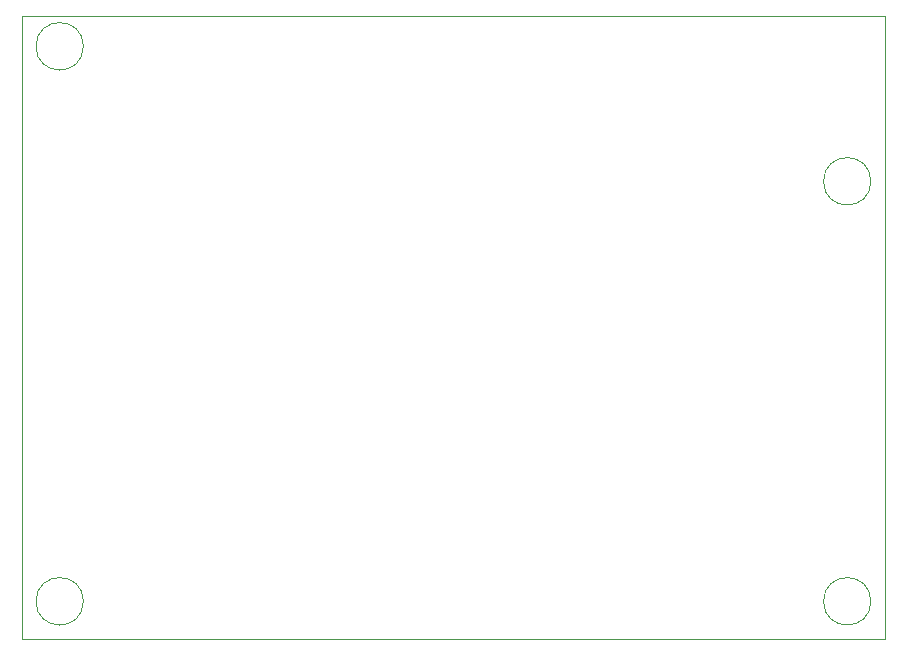
<source format=gbr>
%TF.GenerationSoftware,KiCad,Pcbnew,7.0.2*%
%TF.CreationDate,2024-06-06T15:53:54-07:00*%
%TF.ProjectId,argonCartMotorDesignV2,6172676f-6e43-4617-9274-4d6f746f7244,rev?*%
%TF.SameCoordinates,Original*%
%TF.FileFunction,Profile,NP*%
%FSLAX46Y46*%
G04 Gerber Fmt 4.6, Leading zero omitted, Abs format (unit mm)*
G04 Created by KiCad (PCBNEW 7.0.2) date 2024-06-06 15:53:54*
%MOMM*%
%LPD*%
G01*
G04 APERTURE LIST*
%TA.AperFunction,Profile*%
%ADD10C,0.100000*%
%TD*%
G04 APERTURE END LIST*
D10*
X149328046Y-69850000D02*
G75*
G03*
X149328046Y-69850000I-2008046J0D01*
G01*
X82653046Y-58420000D02*
G75*
G03*
X82653046Y-58420000I-2008046J0D01*
G01*
X82653046Y-105410000D02*
G75*
G03*
X82653046Y-105410000I-2008046J0D01*
G01*
X149328046Y-105410000D02*
G75*
G03*
X149328046Y-105410000I-2008046J0D01*
G01*
X77470000Y-55880000D02*
X150495000Y-55880000D01*
X150495000Y-108585000D02*
X77470000Y-108585000D01*
X150495000Y-55880000D02*
X150495000Y-108585000D01*
X77470000Y-108585000D02*
X77470000Y-55880000D01*
M02*

</source>
